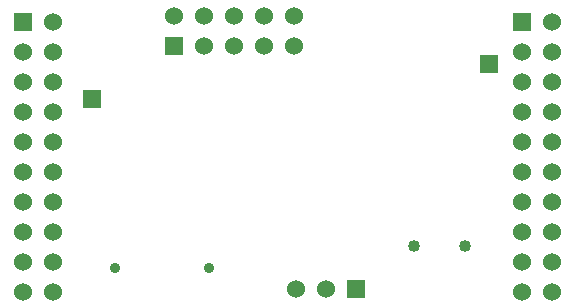
<source format=gbs>
G04 (created by PCBNEW (2013-07-07 BZR 4022)-stable) date 29/12/2013 19:41:28*
%MOIN*%
G04 Gerber Fmt 3.4, Leading zero omitted, Abs format*
%FSLAX34Y34*%
G01*
G70*
G90*
G04 APERTURE LIST*
%ADD10C,0.00590551*%
%ADD11C,0.035*%
%ADD12R,0.06X0.06*%
%ADD13C,0.06*%
%ADD14C,0.04*%
G04 APERTURE END LIST*
G54D10*
G54D11*
X73076Y-69191D03*
X76225Y-69191D03*
G54D12*
X81100Y-69900D03*
G54D13*
X80100Y-69900D03*
X79100Y-69900D03*
G54D12*
X70000Y-60984D03*
G54D13*
X71000Y-60984D03*
X70000Y-61984D03*
X71000Y-61984D03*
X70000Y-62984D03*
X71000Y-62984D03*
X70000Y-63984D03*
X71000Y-63984D03*
X70000Y-64984D03*
X71000Y-64984D03*
X70000Y-65984D03*
X71000Y-65984D03*
X70000Y-66984D03*
X71000Y-66984D03*
X70000Y-67984D03*
X71000Y-67984D03*
X70000Y-68984D03*
X71000Y-68984D03*
X70000Y-69984D03*
X71000Y-69984D03*
G54D12*
X86650Y-60984D03*
G54D13*
X87650Y-60984D03*
X86650Y-61984D03*
X87650Y-61984D03*
X86650Y-62984D03*
X87650Y-62984D03*
X86650Y-63984D03*
X87650Y-63984D03*
X86650Y-64984D03*
X87650Y-64984D03*
X86650Y-65984D03*
X87650Y-65984D03*
X86650Y-66984D03*
X87650Y-66984D03*
X86650Y-67984D03*
X87650Y-67984D03*
X86650Y-68984D03*
X87650Y-68984D03*
X86650Y-69984D03*
X87650Y-69984D03*
G54D14*
X83050Y-68450D03*
X84750Y-68450D03*
G54D12*
X85550Y-62400D03*
X75050Y-61800D03*
G54D13*
X75050Y-60800D03*
X76050Y-61800D03*
X76050Y-60800D03*
X77050Y-61800D03*
X77050Y-60800D03*
X78050Y-61800D03*
X78050Y-60800D03*
X79050Y-61800D03*
X79050Y-60800D03*
G54D12*
X72300Y-63550D03*
M02*

</source>
